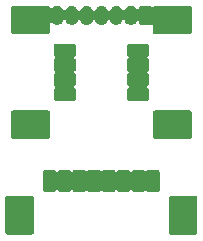
<source format=gbs>
G04 #@! TF.GenerationSoftware,KiCad,Pcbnew,(5.0.1-3-g963ef8bb5)*
G04 #@! TF.CreationDate,2018-10-28T18:09:26+01:00*
G04 #@! TF.ProjectId,can-io-board,63616E2D696F2D626F6172642E6B6963,rev?*
G04 #@! TF.SameCoordinates,Original*
G04 #@! TF.FileFunction,Soldermask,Bot*
G04 #@! TF.FilePolarity,Negative*
%FSLAX46Y46*%
G04 Gerber Fmt 4.6, Leading zero omitted, Abs format (unit mm)*
G04 Created by KiCad (PCBNEW (5.0.1-3-g963ef8bb5)) date 2018 October 28, Sunday 18:09:26*
%MOMM*%
%LPD*%
G01*
G04 APERTURE LIST*
%ADD10C,0.100000*%
G04 APERTURE END LIST*
D10*
G36*
X99971564Y-80454253D02*
X100007188Y-80465059D01*
X100040007Y-80482601D01*
X100068783Y-80506217D01*
X100092399Y-80534993D01*
X100109941Y-80567812D01*
X100120747Y-80603436D01*
X100125000Y-80646617D01*
X100125000Y-83553383D01*
X100120747Y-83596564D01*
X100109941Y-83632188D01*
X100092399Y-83665007D01*
X100068783Y-83693783D01*
X100040007Y-83717399D01*
X100007188Y-83734941D01*
X99971564Y-83745747D01*
X99928383Y-83750000D01*
X97921617Y-83750000D01*
X97878436Y-83745747D01*
X97842812Y-83734941D01*
X97809993Y-83717399D01*
X97781217Y-83693783D01*
X97757601Y-83665007D01*
X97740059Y-83632188D01*
X97729253Y-83596564D01*
X97725000Y-83553383D01*
X97725000Y-80646617D01*
X97729253Y-80603436D01*
X97740059Y-80567812D01*
X97757601Y-80534993D01*
X97781217Y-80506217D01*
X97809993Y-80482601D01*
X97842812Y-80465059D01*
X97878436Y-80454253D01*
X97921617Y-80450000D01*
X99928383Y-80450000D01*
X99971564Y-80454253D01*
X99971564Y-80454253D01*
G37*
G36*
X86121564Y-80454253D02*
X86157188Y-80465059D01*
X86190007Y-80482601D01*
X86218783Y-80506217D01*
X86242399Y-80534993D01*
X86259941Y-80567812D01*
X86270747Y-80603436D01*
X86275000Y-80646617D01*
X86275000Y-83553383D01*
X86270747Y-83596564D01*
X86259941Y-83632188D01*
X86242399Y-83665007D01*
X86218783Y-83693783D01*
X86190007Y-83717399D01*
X86157188Y-83734941D01*
X86121564Y-83745747D01*
X86078383Y-83750000D01*
X84071617Y-83750000D01*
X84028436Y-83745747D01*
X83992812Y-83734941D01*
X83959993Y-83717399D01*
X83931217Y-83693783D01*
X83907601Y-83665007D01*
X83890059Y-83632188D01*
X83879253Y-83596564D01*
X83875000Y-83553383D01*
X83875000Y-80646617D01*
X83879253Y-80603436D01*
X83890059Y-80567812D01*
X83907601Y-80534993D01*
X83931217Y-80506217D01*
X83959993Y-80482601D01*
X83992812Y-80465059D01*
X84028436Y-80454253D01*
X84071617Y-80450000D01*
X86078383Y-80450000D01*
X86121564Y-80454253D01*
X86121564Y-80454253D01*
G37*
G36*
X88003840Y-78254676D02*
X88043589Y-78266734D01*
X88080223Y-78286315D01*
X88112333Y-78312667D01*
X88138682Y-78344774D01*
X88139759Y-78346789D01*
X88153373Y-78367163D01*
X88170700Y-78384491D01*
X88191074Y-78398105D01*
X88213713Y-78407482D01*
X88237747Y-78412263D01*
X88262251Y-78412263D01*
X88286284Y-78407483D01*
X88308924Y-78398106D01*
X88329298Y-78384492D01*
X88346626Y-78367165D01*
X88360241Y-78346789D01*
X88361318Y-78344774D01*
X88387667Y-78312667D01*
X88419777Y-78286315D01*
X88456411Y-78266734D01*
X88496160Y-78254676D01*
X88543640Y-78250000D01*
X89206360Y-78250000D01*
X89253840Y-78254676D01*
X89293589Y-78266734D01*
X89330223Y-78286315D01*
X89362333Y-78312667D01*
X89388682Y-78344774D01*
X89389759Y-78346789D01*
X89403373Y-78367163D01*
X89420700Y-78384491D01*
X89441074Y-78398105D01*
X89463713Y-78407482D01*
X89487747Y-78412263D01*
X89512251Y-78412263D01*
X89536284Y-78407483D01*
X89558924Y-78398106D01*
X89579298Y-78384492D01*
X89596626Y-78367165D01*
X89610241Y-78346789D01*
X89611318Y-78344774D01*
X89637667Y-78312667D01*
X89669777Y-78286315D01*
X89706411Y-78266734D01*
X89746160Y-78254676D01*
X89793640Y-78250000D01*
X90456360Y-78250000D01*
X90503840Y-78254676D01*
X90543589Y-78266734D01*
X90580223Y-78286315D01*
X90612333Y-78312667D01*
X90638682Y-78344774D01*
X90639759Y-78346789D01*
X90653373Y-78367163D01*
X90670700Y-78384491D01*
X90691074Y-78398105D01*
X90713713Y-78407482D01*
X90737747Y-78412263D01*
X90762251Y-78412263D01*
X90786284Y-78407483D01*
X90808924Y-78398106D01*
X90829298Y-78384492D01*
X90846626Y-78367165D01*
X90860241Y-78346789D01*
X90861318Y-78344774D01*
X90887667Y-78312667D01*
X90919777Y-78286315D01*
X90956411Y-78266734D01*
X90996160Y-78254676D01*
X91043640Y-78250000D01*
X91706360Y-78250000D01*
X91753840Y-78254676D01*
X91793589Y-78266734D01*
X91830223Y-78286315D01*
X91862333Y-78312667D01*
X91888682Y-78344774D01*
X91889759Y-78346789D01*
X91903373Y-78367163D01*
X91920700Y-78384491D01*
X91941074Y-78398105D01*
X91963713Y-78407482D01*
X91987747Y-78412263D01*
X92012251Y-78412263D01*
X92036284Y-78407483D01*
X92058924Y-78398106D01*
X92079298Y-78384492D01*
X92096626Y-78367165D01*
X92110241Y-78346789D01*
X92111318Y-78344774D01*
X92137667Y-78312667D01*
X92169777Y-78286315D01*
X92206411Y-78266734D01*
X92246160Y-78254676D01*
X92293640Y-78250000D01*
X92956360Y-78250000D01*
X93003840Y-78254676D01*
X93043589Y-78266734D01*
X93080223Y-78286315D01*
X93112333Y-78312667D01*
X93138682Y-78344774D01*
X93139759Y-78346789D01*
X93153373Y-78367163D01*
X93170700Y-78384491D01*
X93191074Y-78398105D01*
X93213713Y-78407482D01*
X93237747Y-78412263D01*
X93262251Y-78412263D01*
X93286284Y-78407483D01*
X93308924Y-78398106D01*
X93329298Y-78384492D01*
X93346626Y-78367165D01*
X93360241Y-78346789D01*
X93361318Y-78344774D01*
X93387667Y-78312667D01*
X93419777Y-78286315D01*
X93456411Y-78266734D01*
X93496160Y-78254676D01*
X93543640Y-78250000D01*
X94206360Y-78250000D01*
X94253840Y-78254676D01*
X94293589Y-78266734D01*
X94330223Y-78286315D01*
X94362333Y-78312667D01*
X94388682Y-78344774D01*
X94389759Y-78346789D01*
X94403373Y-78367163D01*
X94420700Y-78384491D01*
X94441074Y-78398105D01*
X94463713Y-78407482D01*
X94487747Y-78412263D01*
X94512251Y-78412263D01*
X94536284Y-78407483D01*
X94558924Y-78398106D01*
X94579298Y-78384492D01*
X94596626Y-78367165D01*
X94610241Y-78346789D01*
X94611318Y-78344774D01*
X94637667Y-78312667D01*
X94669777Y-78286315D01*
X94706411Y-78266734D01*
X94746160Y-78254676D01*
X94793640Y-78250000D01*
X95456360Y-78250000D01*
X95503840Y-78254676D01*
X95543589Y-78266734D01*
X95580223Y-78286315D01*
X95612333Y-78312667D01*
X95638682Y-78344774D01*
X95639759Y-78346789D01*
X95653373Y-78367163D01*
X95670700Y-78384491D01*
X95691074Y-78398105D01*
X95713713Y-78407482D01*
X95737747Y-78412263D01*
X95762251Y-78412263D01*
X95786284Y-78407483D01*
X95808924Y-78398106D01*
X95829298Y-78384492D01*
X95846626Y-78367165D01*
X95860241Y-78346789D01*
X95861318Y-78344774D01*
X95887667Y-78312667D01*
X95919777Y-78286315D01*
X95956411Y-78266734D01*
X95996160Y-78254676D01*
X96043640Y-78250000D01*
X96706360Y-78250000D01*
X96753840Y-78254676D01*
X96793589Y-78266734D01*
X96830223Y-78286315D01*
X96862333Y-78312667D01*
X96888685Y-78344777D01*
X96908266Y-78381411D01*
X96920324Y-78421160D01*
X96925000Y-78468640D01*
X96925000Y-79931360D01*
X96920324Y-79978840D01*
X96908266Y-80018589D01*
X96888685Y-80055223D01*
X96862333Y-80087333D01*
X96830223Y-80113685D01*
X96793589Y-80133266D01*
X96753840Y-80145324D01*
X96706360Y-80150000D01*
X96043640Y-80150000D01*
X95996160Y-80145324D01*
X95956411Y-80133266D01*
X95919777Y-80113685D01*
X95887667Y-80087333D01*
X95861318Y-80055226D01*
X95860241Y-80053211D01*
X95846627Y-80032837D01*
X95829300Y-80015509D01*
X95808926Y-80001895D01*
X95786287Y-79992518D01*
X95762253Y-79987737D01*
X95737749Y-79987737D01*
X95713716Y-79992517D01*
X95691076Y-80001894D01*
X95670702Y-80015508D01*
X95653374Y-80032835D01*
X95639759Y-80053211D01*
X95638682Y-80055226D01*
X95612333Y-80087333D01*
X95580223Y-80113685D01*
X95543589Y-80133266D01*
X95503840Y-80145324D01*
X95456360Y-80150000D01*
X94793640Y-80150000D01*
X94746160Y-80145324D01*
X94706411Y-80133266D01*
X94669777Y-80113685D01*
X94637667Y-80087333D01*
X94611318Y-80055226D01*
X94610241Y-80053211D01*
X94596627Y-80032837D01*
X94579300Y-80015509D01*
X94558926Y-80001895D01*
X94536287Y-79992518D01*
X94512253Y-79987737D01*
X94487749Y-79987737D01*
X94463716Y-79992517D01*
X94441076Y-80001894D01*
X94420702Y-80015508D01*
X94403374Y-80032835D01*
X94389759Y-80053211D01*
X94388682Y-80055226D01*
X94362333Y-80087333D01*
X94330223Y-80113685D01*
X94293589Y-80133266D01*
X94253840Y-80145324D01*
X94206360Y-80150000D01*
X93543640Y-80150000D01*
X93496160Y-80145324D01*
X93456411Y-80133266D01*
X93419777Y-80113685D01*
X93387667Y-80087333D01*
X93361318Y-80055226D01*
X93360241Y-80053211D01*
X93346627Y-80032837D01*
X93329300Y-80015509D01*
X93308926Y-80001895D01*
X93286287Y-79992518D01*
X93262253Y-79987737D01*
X93237749Y-79987737D01*
X93213716Y-79992517D01*
X93191076Y-80001894D01*
X93170702Y-80015508D01*
X93153374Y-80032835D01*
X93139759Y-80053211D01*
X93138682Y-80055226D01*
X93112333Y-80087333D01*
X93080223Y-80113685D01*
X93043589Y-80133266D01*
X93003840Y-80145324D01*
X92956360Y-80150000D01*
X92293640Y-80150000D01*
X92246160Y-80145324D01*
X92206411Y-80133266D01*
X92169777Y-80113685D01*
X92137667Y-80087333D01*
X92111318Y-80055226D01*
X92110241Y-80053211D01*
X92096627Y-80032837D01*
X92079300Y-80015509D01*
X92058926Y-80001895D01*
X92036287Y-79992518D01*
X92012253Y-79987737D01*
X91987749Y-79987737D01*
X91963716Y-79992517D01*
X91941076Y-80001894D01*
X91920702Y-80015508D01*
X91903374Y-80032835D01*
X91889759Y-80053211D01*
X91888682Y-80055226D01*
X91862333Y-80087333D01*
X91830223Y-80113685D01*
X91793589Y-80133266D01*
X91753840Y-80145324D01*
X91706360Y-80150000D01*
X91043640Y-80150000D01*
X90996160Y-80145324D01*
X90956411Y-80133266D01*
X90919777Y-80113685D01*
X90887667Y-80087333D01*
X90861318Y-80055226D01*
X90860241Y-80053211D01*
X90846627Y-80032837D01*
X90829300Y-80015509D01*
X90808926Y-80001895D01*
X90786287Y-79992518D01*
X90762253Y-79987737D01*
X90737749Y-79987737D01*
X90713716Y-79992517D01*
X90691076Y-80001894D01*
X90670702Y-80015508D01*
X90653374Y-80032835D01*
X90639759Y-80053211D01*
X90638682Y-80055226D01*
X90612333Y-80087333D01*
X90580223Y-80113685D01*
X90543589Y-80133266D01*
X90503840Y-80145324D01*
X90456360Y-80150000D01*
X89793640Y-80150000D01*
X89746160Y-80145324D01*
X89706411Y-80133266D01*
X89669777Y-80113685D01*
X89637667Y-80087333D01*
X89611318Y-80055226D01*
X89610241Y-80053211D01*
X89596627Y-80032837D01*
X89579300Y-80015509D01*
X89558926Y-80001895D01*
X89536287Y-79992518D01*
X89512253Y-79987737D01*
X89487749Y-79987737D01*
X89463716Y-79992517D01*
X89441076Y-80001894D01*
X89420702Y-80015508D01*
X89403374Y-80032835D01*
X89389759Y-80053211D01*
X89388682Y-80055226D01*
X89362333Y-80087333D01*
X89330223Y-80113685D01*
X89293589Y-80133266D01*
X89253840Y-80145324D01*
X89206360Y-80150000D01*
X88543640Y-80150000D01*
X88496160Y-80145324D01*
X88456411Y-80133266D01*
X88419777Y-80113685D01*
X88387667Y-80087333D01*
X88361318Y-80055226D01*
X88360241Y-80053211D01*
X88346627Y-80032837D01*
X88329300Y-80015509D01*
X88308926Y-80001895D01*
X88286287Y-79992518D01*
X88262253Y-79987737D01*
X88237749Y-79987737D01*
X88213716Y-79992517D01*
X88191076Y-80001894D01*
X88170702Y-80015508D01*
X88153374Y-80032835D01*
X88139759Y-80053211D01*
X88138682Y-80055226D01*
X88112333Y-80087333D01*
X88080223Y-80113685D01*
X88043589Y-80133266D01*
X88003840Y-80145324D01*
X87956360Y-80150000D01*
X87293640Y-80150000D01*
X87246160Y-80145324D01*
X87206411Y-80133266D01*
X87169777Y-80113685D01*
X87137667Y-80087333D01*
X87111315Y-80055223D01*
X87091734Y-80018589D01*
X87079676Y-79978840D01*
X87075000Y-79931360D01*
X87075000Y-78468640D01*
X87079676Y-78421160D01*
X87091734Y-78381411D01*
X87111315Y-78344777D01*
X87137667Y-78312667D01*
X87169777Y-78286315D01*
X87206411Y-78266734D01*
X87246160Y-78254676D01*
X87293640Y-78250000D01*
X87956360Y-78250000D01*
X88003840Y-78254676D01*
X88003840Y-78254676D01*
G37*
G36*
X99496564Y-73229253D02*
X99532188Y-73240059D01*
X99565007Y-73257601D01*
X99593783Y-73281217D01*
X99617399Y-73309993D01*
X99634941Y-73342812D01*
X99645747Y-73378436D01*
X99650000Y-73421617D01*
X99650000Y-75428383D01*
X99645747Y-75471564D01*
X99634941Y-75507188D01*
X99617399Y-75540007D01*
X99593783Y-75568783D01*
X99565007Y-75592399D01*
X99532188Y-75609941D01*
X99496564Y-75620747D01*
X99453383Y-75625000D01*
X96546617Y-75625000D01*
X96503436Y-75620747D01*
X96467812Y-75609941D01*
X96434993Y-75592399D01*
X96406217Y-75568783D01*
X96382601Y-75540007D01*
X96365059Y-75507188D01*
X96354253Y-75471564D01*
X96350000Y-75428383D01*
X96350000Y-73421617D01*
X96354253Y-73378436D01*
X96365059Y-73342812D01*
X96382601Y-73309993D01*
X96406217Y-73281217D01*
X96434993Y-73257601D01*
X96467812Y-73240059D01*
X96503436Y-73229253D01*
X96546617Y-73225000D01*
X99453383Y-73225000D01*
X99496564Y-73229253D01*
X99496564Y-73229253D01*
G37*
G36*
X87496564Y-73229253D02*
X87532188Y-73240059D01*
X87565007Y-73257601D01*
X87593783Y-73281217D01*
X87617399Y-73309993D01*
X87634941Y-73342812D01*
X87645747Y-73378436D01*
X87650000Y-73421617D01*
X87650000Y-75428383D01*
X87645747Y-75471564D01*
X87634941Y-75507188D01*
X87617399Y-75540007D01*
X87593783Y-75568783D01*
X87565007Y-75592399D01*
X87532188Y-75609941D01*
X87496564Y-75620747D01*
X87453383Y-75625000D01*
X84546617Y-75625000D01*
X84503436Y-75620747D01*
X84467812Y-75609941D01*
X84434993Y-75592399D01*
X84406217Y-75568783D01*
X84382601Y-75540007D01*
X84365059Y-75507188D01*
X84354253Y-75471564D01*
X84350000Y-75428383D01*
X84350000Y-73421617D01*
X84354253Y-73378436D01*
X84365059Y-73342812D01*
X84382601Y-73309993D01*
X84406217Y-73281217D01*
X84434993Y-73257601D01*
X84467812Y-73240059D01*
X84503436Y-73229253D01*
X84546617Y-73225000D01*
X87453383Y-73225000D01*
X87496564Y-73229253D01*
X87496564Y-73229253D01*
G37*
G36*
X95878840Y-67579676D02*
X95918589Y-67591734D01*
X95955223Y-67611315D01*
X95987333Y-67637667D01*
X96013685Y-67669777D01*
X96033266Y-67706411D01*
X96045324Y-67746160D01*
X96050000Y-67793640D01*
X96050000Y-68456360D01*
X96045324Y-68503840D01*
X96033266Y-68543589D01*
X96013685Y-68580223D01*
X95987333Y-68612333D01*
X95955226Y-68638682D01*
X95953211Y-68639759D01*
X95932837Y-68653373D01*
X95915509Y-68670700D01*
X95901895Y-68691074D01*
X95892518Y-68713713D01*
X95887737Y-68737747D01*
X95887737Y-68762251D01*
X95892517Y-68786284D01*
X95901894Y-68808924D01*
X95915508Y-68829298D01*
X95932835Y-68846626D01*
X95953211Y-68860241D01*
X95955226Y-68861318D01*
X95987333Y-68887667D01*
X96013685Y-68919777D01*
X96033266Y-68956411D01*
X96045324Y-68996160D01*
X96050000Y-69043640D01*
X96050000Y-69706360D01*
X96045324Y-69753840D01*
X96033266Y-69793589D01*
X96013685Y-69830223D01*
X95987333Y-69862333D01*
X95955226Y-69888682D01*
X95953211Y-69889759D01*
X95932837Y-69903373D01*
X95915509Y-69920700D01*
X95901895Y-69941074D01*
X95892518Y-69963713D01*
X95887737Y-69987747D01*
X95887737Y-70012251D01*
X95892517Y-70036284D01*
X95901894Y-70058924D01*
X95915508Y-70079298D01*
X95932835Y-70096626D01*
X95953211Y-70110241D01*
X95955226Y-70111318D01*
X95987333Y-70137667D01*
X96013685Y-70169777D01*
X96033266Y-70206411D01*
X96045324Y-70246160D01*
X96050000Y-70293640D01*
X96050000Y-70956360D01*
X96045324Y-71003840D01*
X96033266Y-71043589D01*
X96013685Y-71080223D01*
X95987333Y-71112333D01*
X95955226Y-71138682D01*
X95953211Y-71139759D01*
X95932837Y-71153373D01*
X95915509Y-71170700D01*
X95901895Y-71191074D01*
X95892518Y-71213713D01*
X95887737Y-71237747D01*
X95887737Y-71262251D01*
X95892517Y-71286284D01*
X95901894Y-71308924D01*
X95915508Y-71329298D01*
X95932835Y-71346626D01*
X95953211Y-71360241D01*
X95955226Y-71361318D01*
X95987333Y-71387667D01*
X96013685Y-71419777D01*
X96033266Y-71456411D01*
X96045324Y-71496160D01*
X96050000Y-71543640D01*
X96050000Y-72206360D01*
X96045324Y-72253840D01*
X96033266Y-72293589D01*
X96013685Y-72330223D01*
X95987333Y-72362333D01*
X95955223Y-72388685D01*
X95918589Y-72408266D01*
X95878840Y-72420324D01*
X95831360Y-72425000D01*
X94368640Y-72425000D01*
X94321160Y-72420324D01*
X94281411Y-72408266D01*
X94244777Y-72388685D01*
X94212667Y-72362333D01*
X94186315Y-72330223D01*
X94166734Y-72293589D01*
X94154676Y-72253840D01*
X94150000Y-72206360D01*
X94150000Y-71543640D01*
X94154676Y-71496160D01*
X94166734Y-71456411D01*
X94186315Y-71419777D01*
X94212667Y-71387667D01*
X94244774Y-71361318D01*
X94246789Y-71360241D01*
X94267163Y-71346627D01*
X94284491Y-71329300D01*
X94298105Y-71308926D01*
X94307482Y-71286287D01*
X94312263Y-71262253D01*
X94312263Y-71237749D01*
X94307483Y-71213716D01*
X94298106Y-71191076D01*
X94284492Y-71170702D01*
X94267165Y-71153374D01*
X94246789Y-71139759D01*
X94244774Y-71138682D01*
X94212667Y-71112333D01*
X94186315Y-71080223D01*
X94166734Y-71043589D01*
X94154676Y-71003840D01*
X94150000Y-70956360D01*
X94150000Y-70293640D01*
X94154676Y-70246160D01*
X94166734Y-70206411D01*
X94186315Y-70169777D01*
X94212667Y-70137667D01*
X94244774Y-70111318D01*
X94246789Y-70110241D01*
X94267163Y-70096627D01*
X94284491Y-70079300D01*
X94298105Y-70058926D01*
X94307482Y-70036287D01*
X94312263Y-70012253D01*
X94312263Y-69987749D01*
X94307483Y-69963716D01*
X94298106Y-69941076D01*
X94284492Y-69920702D01*
X94267165Y-69903374D01*
X94246789Y-69889759D01*
X94244774Y-69888682D01*
X94212667Y-69862333D01*
X94186315Y-69830223D01*
X94166734Y-69793589D01*
X94154676Y-69753840D01*
X94150000Y-69706360D01*
X94150000Y-69043640D01*
X94154676Y-68996160D01*
X94166734Y-68956411D01*
X94186315Y-68919777D01*
X94212667Y-68887667D01*
X94244774Y-68861318D01*
X94246789Y-68860241D01*
X94267163Y-68846627D01*
X94284491Y-68829300D01*
X94298105Y-68808926D01*
X94307482Y-68786287D01*
X94312263Y-68762253D01*
X94312263Y-68737749D01*
X94307483Y-68713716D01*
X94298106Y-68691076D01*
X94284492Y-68670702D01*
X94267165Y-68653374D01*
X94246789Y-68639759D01*
X94244774Y-68638682D01*
X94212667Y-68612333D01*
X94186315Y-68580223D01*
X94166734Y-68543589D01*
X94154676Y-68503840D01*
X94150000Y-68456360D01*
X94150000Y-67793640D01*
X94154676Y-67746160D01*
X94166734Y-67706411D01*
X94186315Y-67669777D01*
X94212667Y-67637667D01*
X94244777Y-67611315D01*
X94281411Y-67591734D01*
X94321160Y-67579676D01*
X94368640Y-67575000D01*
X95831360Y-67575000D01*
X95878840Y-67579676D01*
X95878840Y-67579676D01*
G37*
G36*
X89678840Y-67579676D02*
X89718589Y-67591734D01*
X89755223Y-67611315D01*
X89787333Y-67637667D01*
X89813685Y-67669777D01*
X89833266Y-67706411D01*
X89845324Y-67746160D01*
X89850000Y-67793640D01*
X89850000Y-68456360D01*
X89845324Y-68503840D01*
X89833266Y-68543589D01*
X89813685Y-68580223D01*
X89787333Y-68612333D01*
X89755226Y-68638682D01*
X89753211Y-68639759D01*
X89732837Y-68653373D01*
X89715509Y-68670700D01*
X89701895Y-68691074D01*
X89692518Y-68713713D01*
X89687737Y-68737747D01*
X89687737Y-68762251D01*
X89692517Y-68786284D01*
X89701894Y-68808924D01*
X89715508Y-68829298D01*
X89732835Y-68846626D01*
X89753211Y-68860241D01*
X89755226Y-68861318D01*
X89787333Y-68887667D01*
X89813685Y-68919777D01*
X89833266Y-68956411D01*
X89845324Y-68996160D01*
X89850000Y-69043640D01*
X89850000Y-69706360D01*
X89845324Y-69753840D01*
X89833266Y-69793589D01*
X89813685Y-69830223D01*
X89787333Y-69862333D01*
X89755226Y-69888682D01*
X89753211Y-69889759D01*
X89732837Y-69903373D01*
X89715509Y-69920700D01*
X89701895Y-69941074D01*
X89692518Y-69963713D01*
X89687737Y-69987747D01*
X89687737Y-70012251D01*
X89692517Y-70036284D01*
X89701894Y-70058924D01*
X89715508Y-70079298D01*
X89732835Y-70096626D01*
X89753211Y-70110241D01*
X89755226Y-70111318D01*
X89787333Y-70137667D01*
X89813685Y-70169777D01*
X89833266Y-70206411D01*
X89845324Y-70246160D01*
X89850000Y-70293640D01*
X89850000Y-70956360D01*
X89845324Y-71003840D01*
X89833266Y-71043589D01*
X89813685Y-71080223D01*
X89787333Y-71112333D01*
X89755226Y-71138682D01*
X89753211Y-71139759D01*
X89732837Y-71153373D01*
X89715509Y-71170700D01*
X89701895Y-71191074D01*
X89692518Y-71213713D01*
X89687737Y-71237747D01*
X89687737Y-71262251D01*
X89692517Y-71286284D01*
X89701894Y-71308924D01*
X89715508Y-71329298D01*
X89732835Y-71346626D01*
X89753211Y-71360241D01*
X89755226Y-71361318D01*
X89787333Y-71387667D01*
X89813685Y-71419777D01*
X89833266Y-71456411D01*
X89845324Y-71496160D01*
X89850000Y-71543640D01*
X89850000Y-72206360D01*
X89845324Y-72253840D01*
X89833266Y-72293589D01*
X89813685Y-72330223D01*
X89787333Y-72362333D01*
X89755223Y-72388685D01*
X89718589Y-72408266D01*
X89678840Y-72420324D01*
X89631360Y-72425000D01*
X88168640Y-72425000D01*
X88121160Y-72420324D01*
X88081411Y-72408266D01*
X88044777Y-72388685D01*
X88012667Y-72362333D01*
X87986315Y-72330223D01*
X87966734Y-72293589D01*
X87954676Y-72253840D01*
X87950000Y-72206360D01*
X87950000Y-71543640D01*
X87954676Y-71496160D01*
X87966734Y-71456411D01*
X87986315Y-71419777D01*
X88012667Y-71387667D01*
X88044774Y-71361318D01*
X88046789Y-71360241D01*
X88067163Y-71346627D01*
X88084491Y-71329300D01*
X88098105Y-71308926D01*
X88107482Y-71286287D01*
X88112263Y-71262253D01*
X88112263Y-71237749D01*
X88107483Y-71213716D01*
X88098106Y-71191076D01*
X88084492Y-71170702D01*
X88067165Y-71153374D01*
X88046789Y-71139759D01*
X88044774Y-71138682D01*
X88012667Y-71112333D01*
X87986315Y-71080223D01*
X87966734Y-71043589D01*
X87954676Y-71003840D01*
X87950000Y-70956360D01*
X87950000Y-70293640D01*
X87954676Y-70246160D01*
X87966734Y-70206411D01*
X87986315Y-70169777D01*
X88012667Y-70137667D01*
X88044774Y-70111318D01*
X88046789Y-70110241D01*
X88067163Y-70096627D01*
X88084491Y-70079300D01*
X88098105Y-70058926D01*
X88107482Y-70036287D01*
X88112263Y-70012253D01*
X88112263Y-69987749D01*
X88107483Y-69963716D01*
X88098106Y-69941076D01*
X88084492Y-69920702D01*
X88067165Y-69903374D01*
X88046789Y-69889759D01*
X88044774Y-69888682D01*
X88012667Y-69862333D01*
X87986315Y-69830223D01*
X87966734Y-69793589D01*
X87954676Y-69753840D01*
X87950000Y-69706360D01*
X87950000Y-69043640D01*
X87954676Y-68996160D01*
X87966734Y-68956411D01*
X87986315Y-68919777D01*
X88012667Y-68887667D01*
X88044774Y-68861318D01*
X88046789Y-68860241D01*
X88067163Y-68846627D01*
X88084491Y-68829300D01*
X88098105Y-68808926D01*
X88107482Y-68786287D01*
X88112263Y-68762253D01*
X88112263Y-68737749D01*
X88107483Y-68713716D01*
X88098106Y-68691076D01*
X88084492Y-68670702D01*
X88067165Y-68653374D01*
X88046789Y-68639759D01*
X88044774Y-68638682D01*
X88012667Y-68612333D01*
X87986315Y-68580223D01*
X87966734Y-68543589D01*
X87954676Y-68503840D01*
X87950000Y-68456360D01*
X87950000Y-67793640D01*
X87954676Y-67746160D01*
X87966734Y-67706411D01*
X87986315Y-67669777D01*
X88012667Y-67637667D01*
X88044777Y-67611315D01*
X88081411Y-67591734D01*
X88121160Y-67579676D01*
X88168640Y-67575000D01*
X89631360Y-67575000D01*
X89678840Y-67579676D01*
X89678840Y-67579676D01*
G37*
G36*
X87496564Y-64379253D02*
X87532188Y-64390059D01*
X87565007Y-64407601D01*
X87593783Y-64431217D01*
X87617399Y-64459993D01*
X87634941Y-64492813D01*
X87637856Y-64502422D01*
X87647233Y-64525061D01*
X87660847Y-64545436D01*
X87678174Y-64562763D01*
X87698548Y-64576377D01*
X87721187Y-64585755D01*
X87745220Y-64590536D01*
X87769725Y-64590536D01*
X87793758Y-64585756D01*
X87816397Y-64576379D01*
X87836772Y-64562765D01*
X87854100Y-64545438D01*
X87854102Y-64545436D01*
X87859211Y-64539210D01*
X87893084Y-64511411D01*
X87942962Y-64470476D01*
X88038503Y-64419409D01*
X88077429Y-64407601D01*
X88142182Y-64387958D01*
X88250000Y-64377339D01*
X88250001Y-64377339D01*
X88269434Y-64379253D01*
X88357819Y-64387958D01*
X88422572Y-64407601D01*
X88461498Y-64419409D01*
X88557039Y-64470476D01*
X88606917Y-64511411D01*
X88640790Y-64539210D01*
X88701371Y-64613027D01*
X88709524Y-64622962D01*
X88764760Y-64726302D01*
X88778374Y-64746677D01*
X88795701Y-64764004D01*
X88816075Y-64777618D01*
X88838714Y-64786995D01*
X88862748Y-64791776D01*
X88887252Y-64791776D01*
X88911285Y-64786996D01*
X88933924Y-64777618D01*
X88954299Y-64764004D01*
X88971626Y-64746677D01*
X88985240Y-64726302D01*
X89040478Y-64622958D01*
X89109208Y-64539213D01*
X89109210Y-64539212D01*
X89109211Y-64539210D01*
X89165746Y-64492812D01*
X89192962Y-64470476D01*
X89288503Y-64419409D01*
X89327429Y-64407601D01*
X89392182Y-64387958D01*
X89500000Y-64377339D01*
X89500001Y-64377339D01*
X89519434Y-64379253D01*
X89607819Y-64387958D01*
X89672572Y-64407601D01*
X89711498Y-64419409D01*
X89807039Y-64470476D01*
X89856917Y-64511411D01*
X89890790Y-64539210D01*
X89951371Y-64613027D01*
X89959524Y-64622962D01*
X90014760Y-64726302D01*
X90028374Y-64746677D01*
X90045701Y-64764004D01*
X90066075Y-64777618D01*
X90088714Y-64786995D01*
X90112748Y-64791776D01*
X90137252Y-64791776D01*
X90161285Y-64786996D01*
X90183924Y-64777618D01*
X90204299Y-64764004D01*
X90221626Y-64746677D01*
X90235240Y-64726302D01*
X90290478Y-64622958D01*
X90359208Y-64539213D01*
X90359210Y-64539212D01*
X90359211Y-64539210D01*
X90415746Y-64492812D01*
X90442962Y-64470476D01*
X90538503Y-64419409D01*
X90577429Y-64407601D01*
X90642182Y-64387958D01*
X90750000Y-64377339D01*
X90750001Y-64377339D01*
X90769434Y-64379253D01*
X90857819Y-64387958D01*
X90922572Y-64407601D01*
X90961498Y-64419409D01*
X91057039Y-64470476D01*
X91106917Y-64511411D01*
X91140790Y-64539210D01*
X91201371Y-64613027D01*
X91209524Y-64622962D01*
X91264760Y-64726302D01*
X91278374Y-64746677D01*
X91295701Y-64764004D01*
X91316075Y-64777618D01*
X91338714Y-64786995D01*
X91362748Y-64791776D01*
X91387252Y-64791776D01*
X91411285Y-64786996D01*
X91433924Y-64777618D01*
X91454299Y-64764004D01*
X91471626Y-64746677D01*
X91485240Y-64726302D01*
X91540478Y-64622958D01*
X91609208Y-64539213D01*
X91609210Y-64539212D01*
X91609211Y-64539210D01*
X91665746Y-64492812D01*
X91692962Y-64470476D01*
X91788503Y-64419409D01*
X91827429Y-64407601D01*
X91892182Y-64387958D01*
X92000000Y-64377339D01*
X92000001Y-64377339D01*
X92019434Y-64379253D01*
X92107819Y-64387958D01*
X92172572Y-64407601D01*
X92211498Y-64419409D01*
X92307039Y-64470476D01*
X92356917Y-64511411D01*
X92390790Y-64539210D01*
X92451371Y-64613027D01*
X92459524Y-64622962D01*
X92514760Y-64726302D01*
X92528374Y-64746677D01*
X92545701Y-64764004D01*
X92566075Y-64777618D01*
X92588714Y-64786995D01*
X92612748Y-64791776D01*
X92637252Y-64791776D01*
X92661285Y-64786996D01*
X92683924Y-64777618D01*
X92704299Y-64764004D01*
X92721626Y-64746677D01*
X92735240Y-64726302D01*
X92790478Y-64622958D01*
X92859208Y-64539213D01*
X92859210Y-64539212D01*
X92859211Y-64539210D01*
X92915746Y-64492812D01*
X92942962Y-64470476D01*
X93038503Y-64419409D01*
X93077429Y-64407601D01*
X93142182Y-64387958D01*
X93250000Y-64377339D01*
X93250001Y-64377339D01*
X93269434Y-64379253D01*
X93357819Y-64387958D01*
X93422572Y-64407601D01*
X93461498Y-64419409D01*
X93557039Y-64470476D01*
X93606917Y-64511411D01*
X93640790Y-64539210D01*
X93701371Y-64613027D01*
X93709524Y-64622962D01*
X93764760Y-64726302D01*
X93778374Y-64746677D01*
X93795701Y-64764004D01*
X93816075Y-64777618D01*
X93838714Y-64786995D01*
X93862748Y-64791776D01*
X93887252Y-64791776D01*
X93911285Y-64786996D01*
X93933924Y-64777618D01*
X93954299Y-64764004D01*
X93971626Y-64746677D01*
X93985240Y-64726302D01*
X94040478Y-64622958D01*
X94109208Y-64539213D01*
X94109210Y-64539212D01*
X94109211Y-64539210D01*
X94165746Y-64492812D01*
X94192962Y-64470476D01*
X94288503Y-64419409D01*
X94327429Y-64407601D01*
X94392182Y-64387958D01*
X94500000Y-64377339D01*
X94500001Y-64377339D01*
X94519434Y-64379253D01*
X94607819Y-64387958D01*
X94672572Y-64407601D01*
X94711498Y-64419409D01*
X94807039Y-64470476D01*
X94856917Y-64511411D01*
X94890790Y-64539210D01*
X94951371Y-64613027D01*
X94959523Y-64622961D01*
X94966311Y-64635661D01*
X94979924Y-64656036D01*
X94997251Y-64673364D01*
X95017625Y-64686978D01*
X95040264Y-64696356D01*
X95064297Y-64701137D01*
X95088801Y-64701137D01*
X95112835Y-64696357D01*
X95135474Y-64686980D01*
X95155849Y-64673367D01*
X95173177Y-64656040D01*
X95186791Y-64635666D01*
X95196169Y-64613027D01*
X95200950Y-64588992D01*
X95204676Y-64551160D01*
X95216734Y-64511411D01*
X95236315Y-64474777D01*
X95262667Y-64442667D01*
X95294777Y-64416315D01*
X95331411Y-64396734D01*
X95371160Y-64384676D01*
X95418640Y-64380000D01*
X96081360Y-64380000D01*
X96128840Y-64384676D01*
X96168589Y-64396734D01*
X96205223Y-64416315D01*
X96236009Y-64441580D01*
X96256384Y-64455194D01*
X96279023Y-64464571D01*
X96303057Y-64469351D01*
X96327561Y-64469351D01*
X96351594Y-64464570D01*
X96374233Y-64455192D01*
X96394608Y-64441578D01*
X96399252Y-64436933D01*
X96434993Y-64407601D01*
X96467812Y-64390059D01*
X96503436Y-64379253D01*
X96546617Y-64375000D01*
X99453383Y-64375000D01*
X99496564Y-64379253D01*
X99532188Y-64390059D01*
X99565007Y-64407601D01*
X99593783Y-64431217D01*
X99617399Y-64459993D01*
X99634941Y-64492812D01*
X99645747Y-64528436D01*
X99650000Y-64571617D01*
X99650000Y-66578383D01*
X99645747Y-66621564D01*
X99634941Y-66657188D01*
X99617399Y-66690007D01*
X99593783Y-66718783D01*
X99565007Y-66742399D01*
X99532188Y-66759941D01*
X99496564Y-66770747D01*
X99453383Y-66775000D01*
X96546617Y-66775000D01*
X96503436Y-66770747D01*
X96467812Y-66759941D01*
X96434993Y-66742399D01*
X96406217Y-66718783D01*
X96382601Y-66690007D01*
X96365059Y-66657188D01*
X96354253Y-66621564D01*
X96350000Y-66578383D01*
X96350000Y-66074849D01*
X96347598Y-66050463D01*
X96340485Y-66027014D01*
X96328934Y-66005403D01*
X96313388Y-65986461D01*
X96294446Y-65970915D01*
X96272835Y-65959364D01*
X96249386Y-65952251D01*
X96225000Y-65949849D01*
X96200614Y-65952251D01*
X96177165Y-65959364D01*
X96169498Y-65962990D01*
X96128840Y-65975324D01*
X96081360Y-65980000D01*
X95418640Y-65980000D01*
X95371160Y-65975324D01*
X95331411Y-65963266D01*
X95294777Y-65943685D01*
X95262667Y-65917333D01*
X95236315Y-65885223D01*
X95216734Y-65848589D01*
X95204676Y-65808840D01*
X95200950Y-65771008D01*
X95196169Y-65746975D01*
X95186792Y-65724336D01*
X95173178Y-65703961D01*
X95155850Y-65686634D01*
X95135476Y-65673020D01*
X95112837Y-65663643D01*
X95088803Y-65658863D01*
X95064299Y-65658863D01*
X95040266Y-65663644D01*
X95017627Y-65673021D01*
X94997252Y-65686635D01*
X94979925Y-65703963D01*
X94966311Y-65724339D01*
X94959521Y-65737042D01*
X94890790Y-65820790D01*
X94822179Y-65877098D01*
X94807038Y-65889524D01*
X94711497Y-65940591D01*
X94701297Y-65943685D01*
X94607818Y-65972042D01*
X94500000Y-65982661D01*
X94499999Y-65982661D01*
X94464060Y-65979121D01*
X94392181Y-65972042D01*
X94298702Y-65943685D01*
X94288502Y-65940591D01*
X94192958Y-65889522D01*
X94125410Y-65834085D01*
X94109210Y-65820790D01*
X94040479Y-65737042D01*
X94033689Y-65724339D01*
X93985240Y-65633697D01*
X93971626Y-65613322D01*
X93954299Y-65595995D01*
X93933925Y-65582381D01*
X93911286Y-65573004D01*
X93887252Y-65568223D01*
X93862748Y-65568223D01*
X93838715Y-65573003D01*
X93816076Y-65582381D01*
X93795701Y-65595995D01*
X93778374Y-65613322D01*
X93764760Y-65633697D01*
X93709522Y-65737042D01*
X93691788Y-65758650D01*
X93640790Y-65820790D01*
X93572179Y-65877098D01*
X93557038Y-65889524D01*
X93461497Y-65940591D01*
X93451297Y-65943685D01*
X93357818Y-65972042D01*
X93250000Y-65982661D01*
X93249999Y-65982661D01*
X93214060Y-65979121D01*
X93142181Y-65972042D01*
X93048702Y-65943685D01*
X93038502Y-65940591D01*
X92942958Y-65889522D01*
X92875410Y-65834085D01*
X92859210Y-65820790D01*
X92790479Y-65737042D01*
X92783689Y-65724339D01*
X92735240Y-65633697D01*
X92721626Y-65613322D01*
X92704299Y-65595995D01*
X92683925Y-65582381D01*
X92661286Y-65573004D01*
X92637252Y-65568223D01*
X92612748Y-65568223D01*
X92588715Y-65573003D01*
X92566076Y-65582381D01*
X92545701Y-65595995D01*
X92528374Y-65613322D01*
X92514760Y-65633697D01*
X92459522Y-65737042D01*
X92441788Y-65758650D01*
X92390790Y-65820790D01*
X92322179Y-65877098D01*
X92307038Y-65889524D01*
X92211497Y-65940591D01*
X92201297Y-65943685D01*
X92107818Y-65972042D01*
X92000000Y-65982661D01*
X91999999Y-65982661D01*
X91964060Y-65979121D01*
X91892181Y-65972042D01*
X91798702Y-65943685D01*
X91788502Y-65940591D01*
X91692958Y-65889522D01*
X91625410Y-65834085D01*
X91609210Y-65820790D01*
X91540479Y-65737042D01*
X91533689Y-65724339D01*
X91485240Y-65633697D01*
X91471626Y-65613322D01*
X91454299Y-65595995D01*
X91433925Y-65582381D01*
X91411286Y-65573004D01*
X91387252Y-65568223D01*
X91362748Y-65568223D01*
X91338715Y-65573003D01*
X91316076Y-65582381D01*
X91295701Y-65595995D01*
X91278374Y-65613322D01*
X91264760Y-65633697D01*
X91209522Y-65737042D01*
X91191788Y-65758650D01*
X91140790Y-65820790D01*
X91072179Y-65877098D01*
X91057038Y-65889524D01*
X90961497Y-65940591D01*
X90951297Y-65943685D01*
X90857818Y-65972042D01*
X90750000Y-65982661D01*
X90749999Y-65982661D01*
X90714060Y-65979121D01*
X90642181Y-65972042D01*
X90548702Y-65943685D01*
X90538502Y-65940591D01*
X90442958Y-65889522D01*
X90375410Y-65834085D01*
X90359210Y-65820790D01*
X90290479Y-65737042D01*
X90283689Y-65724339D01*
X90235240Y-65633697D01*
X90221626Y-65613322D01*
X90204299Y-65595995D01*
X90183925Y-65582381D01*
X90161286Y-65573004D01*
X90137252Y-65568223D01*
X90112748Y-65568223D01*
X90088715Y-65573003D01*
X90066076Y-65582381D01*
X90045701Y-65595995D01*
X90028374Y-65613322D01*
X90014760Y-65633697D01*
X89959522Y-65737042D01*
X89941788Y-65758650D01*
X89890790Y-65820790D01*
X89822179Y-65877098D01*
X89807038Y-65889524D01*
X89711497Y-65940591D01*
X89701297Y-65943685D01*
X89607818Y-65972042D01*
X89500000Y-65982661D01*
X89499999Y-65982661D01*
X89464060Y-65979121D01*
X89392181Y-65972042D01*
X89298702Y-65943685D01*
X89288502Y-65940591D01*
X89192958Y-65889522D01*
X89125410Y-65834085D01*
X89109210Y-65820790D01*
X89040479Y-65737042D01*
X89033689Y-65724339D01*
X88985240Y-65633697D01*
X88971626Y-65613322D01*
X88954299Y-65595995D01*
X88933925Y-65582381D01*
X88911286Y-65573004D01*
X88887252Y-65568223D01*
X88862748Y-65568223D01*
X88838715Y-65573003D01*
X88816076Y-65582381D01*
X88795701Y-65595995D01*
X88778374Y-65613322D01*
X88764760Y-65633697D01*
X88709522Y-65737042D01*
X88691788Y-65758650D01*
X88640790Y-65820790D01*
X88572179Y-65877098D01*
X88557038Y-65889524D01*
X88461497Y-65940591D01*
X88451297Y-65943685D01*
X88357818Y-65972042D01*
X88250000Y-65982661D01*
X88249999Y-65982661D01*
X88214060Y-65979121D01*
X88142181Y-65972042D01*
X88048702Y-65943685D01*
X88038502Y-65940591D01*
X87942958Y-65889522D01*
X87875410Y-65834085D01*
X87859210Y-65820790D01*
X87859209Y-65820789D01*
X87854300Y-65816760D01*
X87833926Y-65803146D01*
X87811287Y-65793768D01*
X87787254Y-65788987D01*
X87762749Y-65788987D01*
X87738716Y-65793767D01*
X87716077Y-65803144D01*
X87695702Y-65816758D01*
X87678375Y-65834085D01*
X87664761Y-65854459D01*
X87655383Y-65877098D01*
X87650602Y-65901131D01*
X87650000Y-65913385D01*
X87650000Y-66578383D01*
X87645747Y-66621564D01*
X87634941Y-66657188D01*
X87617399Y-66690007D01*
X87593783Y-66718783D01*
X87565007Y-66742399D01*
X87532188Y-66759941D01*
X87496564Y-66770747D01*
X87453383Y-66775000D01*
X84546617Y-66775000D01*
X84503436Y-66770747D01*
X84467812Y-66759941D01*
X84434993Y-66742399D01*
X84406217Y-66718783D01*
X84382601Y-66690007D01*
X84365059Y-66657188D01*
X84354253Y-66621564D01*
X84350000Y-66578383D01*
X84350000Y-64571617D01*
X84354253Y-64528436D01*
X84365059Y-64492812D01*
X84382601Y-64459993D01*
X84406217Y-64431217D01*
X84434993Y-64407601D01*
X84467812Y-64390059D01*
X84503436Y-64379253D01*
X84546617Y-64375000D01*
X87453383Y-64375000D01*
X87496564Y-64379253D01*
X87496564Y-64379253D01*
G37*
M02*

</source>
